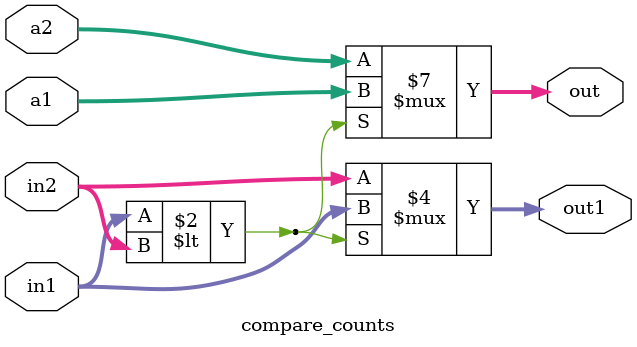
<source format=v>
`timescale 1ns / 1ps


module compare_counts(in1,in2,a1,a2,out,out1

    );
    parameter INPUT_LENGTH=6;
    parameter OUTPUT_SIZE=6;
    input[INPUT_LENGTH-1:0] in1;
    input[INPUT_LENGTH-1:0] in2;
    input[OUTPUT_SIZE-1:0] a1;
    input[OUTPUT_SIZE-1:0] a2;
    output reg[OUTPUT_SIZE-1:0] out;
    output reg[INPUT_LENGTH-1:0] out1;
    always@(*)
    begin
        if(in1<in2)
        begin
            out=a1;
            out1=in1;
        end
        else
        begin
            out=a2;
            out1=in2;
        end
    end
endmodule

</source>
